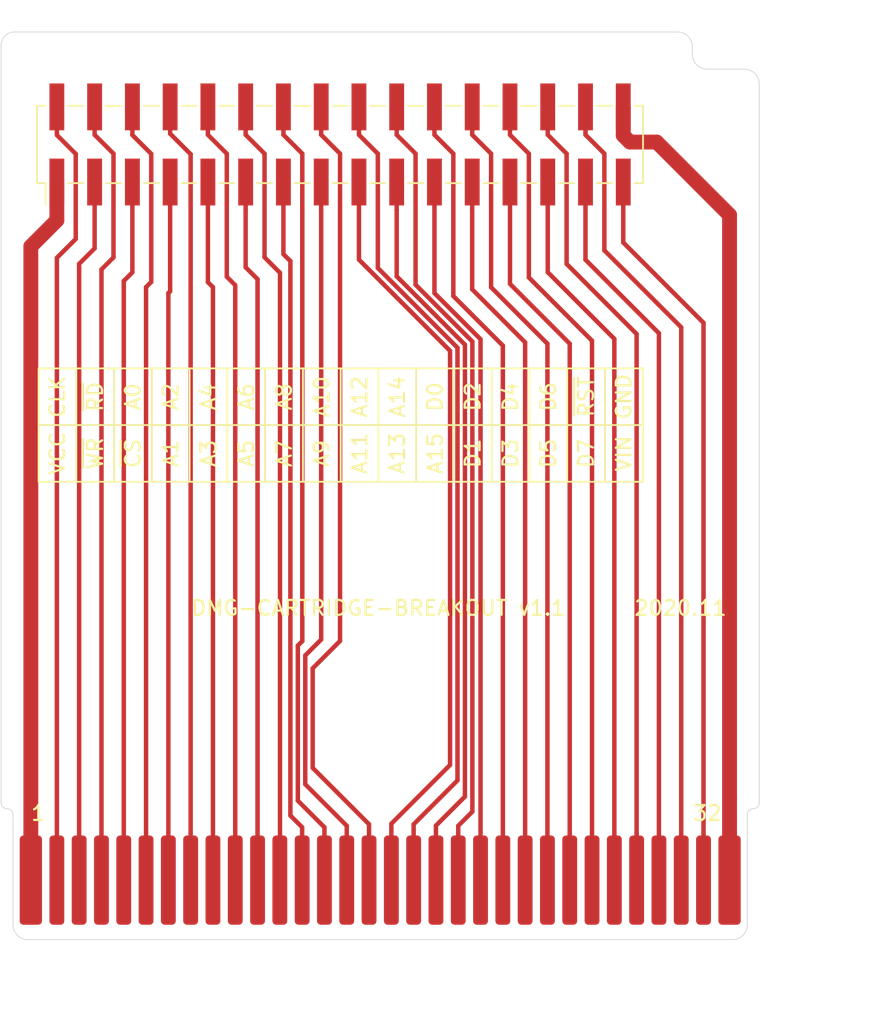
<source format=kicad_pcb>
(kicad_pcb (version 20171130) (host pcbnew 5.1.7-a382d34a8~87~ubuntu18.04.1)

  (general
    (thickness 0.8)
    (drawings 76)
    (tracks 160)
    (zones 0)
    (modules 2)
    (nets 33)
  )

  (page A4)
  (layers
    (0 F.Cu signal)
    (31 B.Cu signal)
    (32 B.Adhes user)
    (33 F.Adhes user)
    (34 B.Paste user)
    (35 F.Paste user)
    (36 B.SilkS user)
    (37 F.SilkS user)
    (38 B.Mask user)
    (39 F.Mask user)
    (40 Dwgs.User user)
    (41 Cmts.User user)
    (42 Eco1.User user)
    (43 Eco2.User user)
    (44 Edge.Cuts user)
    (45 Margin user)
    (46 B.CrtYd user)
    (47 F.CrtYd user)
    (48 B.Fab user)
    (49 F.Fab user)
  )

  (setup
    (last_trace_width 0.3)
    (trace_clearance 0.2)
    (zone_clearance 0.508)
    (zone_45_only no)
    (trace_min 0.2)
    (via_size 0.8)
    (via_drill 0.4)
    (via_min_size 0.4)
    (via_min_drill 0.3)
    (uvia_size 0.3)
    (uvia_drill 0.1)
    (uvias_allowed no)
    (uvia_min_size 0.2)
    (uvia_min_drill 0.1)
    (edge_width 0.05)
    (segment_width 0.2)
    (pcb_text_width 0.3)
    (pcb_text_size 1.5 1.5)
    (mod_edge_width 0.12)
    (mod_text_size 1 1)
    (mod_text_width 0.15)
    (pad_size 1.524 1.524)
    (pad_drill 0.762)
    (pad_to_mask_clearance 0.051)
    (solder_mask_min_width 0.25)
    (aux_axis_origin 0 0)
    (visible_elements FFFFFF7F)
    (pcbplotparams
      (layerselection 0x010fc_ffffffff)
      (usegerberextensions false)
      (usegerberattributes false)
      (usegerberadvancedattributes false)
      (creategerberjobfile false)
      (excludeedgelayer true)
      (linewidth 0.100000)
      (plotframeref false)
      (viasonmask false)
      (mode 1)
      (useauxorigin true)
      (hpglpennumber 1)
      (hpglpenspeed 20)
      (hpglpendiameter 15.000000)
      (psnegative false)
      (psa4output false)
      (plotreference true)
      (plotvalue true)
      (plotinvisibletext false)
      (padsonsilk false)
      (subtractmaskfromsilk false)
      (outputformat 1)
      (mirror false)
      (drillshape 0)
      (scaleselection 1)
      (outputdirectory "gerber/"))
  )

  (net 0 "")
  (net 1 "Net-(J1-Pad1)")
  (net 2 "Net-(J1-Pad2)")
  (net 3 "Net-(J1-Pad3)")
  (net 4 "Net-(J1-Pad4)")
  (net 5 "Net-(J1-Pad5)")
  (net 6 "Net-(J1-Pad6)")
  (net 7 "Net-(J1-Pad7)")
  (net 8 "Net-(J1-Pad8)")
  (net 9 "Net-(J1-Pad9)")
  (net 10 "Net-(J1-Pad10)")
  (net 11 "Net-(J1-Pad11)")
  (net 12 "Net-(J1-Pad12)")
  (net 13 "Net-(J1-Pad13)")
  (net 14 "Net-(J1-Pad14)")
  (net 15 "Net-(J1-Pad15)")
  (net 16 "Net-(J1-Pad16)")
  (net 17 "Net-(J1-Pad17)")
  (net 18 "Net-(J1-Pad18)")
  (net 19 "Net-(J1-Pad19)")
  (net 20 "Net-(J1-Pad20)")
  (net 21 "Net-(J1-Pad21)")
  (net 22 "Net-(J1-Pad22)")
  (net 23 "Net-(J1-Pad23)")
  (net 24 "Net-(J1-Pad24)")
  (net 25 "Net-(J1-Pad25)")
  (net 26 "Net-(J1-Pad26)")
  (net 27 "Net-(J1-Pad27)")
  (net 28 "Net-(J1-Pad28)")
  (net 29 "Net-(J1-Pad29)")
  (net 30 "Net-(J1-Pad30)")
  (net 31 "Net-(J1-Pad31)")
  (net 32 "Net-(J1-Pad32)")

  (net_class Default "This is the default net class."
    (clearance 0.2)
    (trace_width 0.3)
    (via_dia 0.8)
    (via_drill 0.4)
    (uvia_dia 0.3)
    (uvia_drill 0.1)
    (add_net "Net-(J1-Pad1)")
    (add_net "Net-(J1-Pad10)")
    (add_net "Net-(J1-Pad11)")
    (add_net "Net-(J1-Pad12)")
    (add_net "Net-(J1-Pad13)")
    (add_net "Net-(J1-Pad14)")
    (add_net "Net-(J1-Pad15)")
    (add_net "Net-(J1-Pad16)")
    (add_net "Net-(J1-Pad17)")
    (add_net "Net-(J1-Pad18)")
    (add_net "Net-(J1-Pad19)")
    (add_net "Net-(J1-Pad2)")
    (add_net "Net-(J1-Pad20)")
    (add_net "Net-(J1-Pad21)")
    (add_net "Net-(J1-Pad22)")
    (add_net "Net-(J1-Pad23)")
    (add_net "Net-(J1-Pad24)")
    (add_net "Net-(J1-Pad25)")
    (add_net "Net-(J1-Pad26)")
    (add_net "Net-(J1-Pad27)")
    (add_net "Net-(J1-Pad28)")
    (add_net "Net-(J1-Pad29)")
    (add_net "Net-(J1-Pad3)")
    (add_net "Net-(J1-Pad30)")
    (add_net "Net-(J1-Pad31)")
    (add_net "Net-(J1-Pad32)")
    (add_net "Net-(J1-Pad4)")
    (add_net "Net-(J1-Pad5)")
    (add_net "Net-(J1-Pad6)")
    (add_net "Net-(J1-Pad7)")
    (add_net "Net-(J1-Pad8)")
    (add_net "Net-(J1-Pad9)")
  )

  (module dmg-card:dmg-card (layer F.Cu) (tedit 5DCEC470) (tstamp 5DCFDD12)
    (at 56 61)
    (path /5DCFBEA3)
    (fp_text reference J2 (at 0 -29.4) (layer F.SilkS) hide
      (effects (font (size 1 1) (thickness 0.15)))
    )
    (fp_text value dmg-card (at 0 -31.8) (layer F.Fab)
      (effects (font (size 1 1) (thickness 0.15)))
    )
    (fp_line (start 24.7 29.5) (end 24.7 22.1) (layer Eco2.User) (width 0.12))
    (fp_line (start -23.7 30.5) (end 23.7 30.5) (layer Eco2.User) (width 0.12))
    (fp_line (start 25.5 21.3) (end 25.5 -27) (layer Eco2.User) (width 0.12))
    (fp_line (start -24.7 29.5) (end -24.7 22.1) (layer Eco2.User) (width 0.12))
    (fp_circle (center 0 14.9) (end 3.6 14.9) (layer Eco2.User) (width 0.12))
    (fp_circle (center 0 -10.1) (end 0 -9) (layer Eco2.User) (width 0.12))
    (fp_line (start -25.5 21.3) (end -25.5 -29.5) (layer Eco2.User) (width 0.12))
    (fp_line (start -24.5 -30.5) (end 20 -30.5) (layer Eco2.User) (width 0.12))
    (fp_line (start 24.5 -28) (end 22 -28) (layer Eco2.User) (width 0.12))
    (fp_line (start 21 -29) (end 21 -29.5) (layer Eco2.User) (width 0.12))
    (fp_arc (start -23.7 29.5) (end -24.7 29.5) (angle -90) (layer Eco2.User) (width 0.12))
    (fp_arc (start 23.7 29.5) (end 23.7 30.5) (angle -90) (layer Eco2.User) (width 0.12))
    (fp_arc (start 25.1 21.3) (end 25.1 21.7) (angle -90) (layer Eco2.User) (width 0.12))
    (fp_arc (start 25.1 22.1) (end 25.1 21.7) (angle -90) (layer Eco2.User) (width 0.12))
    (fp_arc (start -25.1 21.3) (end -25.5 21.3) (angle -90) (layer Eco2.User) (width 0.12))
    (fp_arc (start -25.1 22.1) (end -24.7 22.1) (angle -90) (layer Eco2.User) (width 0.12))
    (fp_arc (start 24.5 -27) (end 25.5 -27) (angle -90) (layer Eco2.User) (width 0.12))
    (fp_arc (start 22 -29) (end 21 -29) (angle -90) (layer Eco2.User) (width 0.12))
    (fp_arc (start 20 -29.5) (end 21 -29.5) (angle -90) (layer Eco2.User) (width 0.12))
    (fp_arc (start -24.5 -29.5) (end -24.5 -30.5) (angle -90) (layer Eco2.User) (width 0.12))
    (pad 1 smd roundrect (at -23.5 26.5 180) (size 1.5 6) (layers F.Cu) (roundrect_rratio 0.167)
      (net 1 "Net-(J1-Pad1)"))
    (pad 2 smd roundrect (at -21.75 26.5 180) (size 1 6) (layers F.Cu) (roundrect_rratio 0.25)
      (net 2 "Net-(J1-Pad2)"))
    (pad 3 smd roundrect (at -20.25 26.5 180) (size 1 6) (layers F.Cu) (roundrect_rratio 0.25)
      (net 3 "Net-(J1-Pad3)"))
    (pad 4 smd roundrect (at -18.75 26.5 180) (size 1 6) (layers F.Cu) (roundrect_rratio 0.25)
      (net 4 "Net-(J1-Pad4)"))
    (pad 5 smd roundrect (at -17.25 26.5 180) (size 1 6) (layers F.Cu) (roundrect_rratio 0.25)
      (net 5 "Net-(J1-Pad5)"))
    (pad 6 smd roundrect (at -15.75 26.5 180) (size 1 6) (layers F.Cu) (roundrect_rratio 0.25)
      (net 6 "Net-(J1-Pad6)"))
    (pad 7 smd roundrect (at -14.25 26.5 180) (size 1 6) (layers F.Cu) (roundrect_rratio 0.25)
      (net 7 "Net-(J1-Pad7)"))
    (pad 8 smd roundrect (at -12.75 26.5 180) (size 1 6) (layers F.Cu) (roundrect_rratio 0.25)
      (net 8 "Net-(J1-Pad8)"))
    (pad 9 smd roundrect (at -11.25 26.5 180) (size 1 6) (layers F.Cu) (roundrect_rratio 0.25)
      (net 9 "Net-(J1-Pad9)"))
    (pad 10 smd roundrect (at -9.75 26.5 180) (size 1 6) (layers F.Cu) (roundrect_rratio 0.25)
      (net 10 "Net-(J1-Pad10)"))
    (pad 11 smd roundrect (at -8.25 26.5 180) (size 1 6) (layers F.Cu) (roundrect_rratio 0.25)
      (net 11 "Net-(J1-Pad11)"))
    (pad 12 smd roundrect (at -6.75 26.5 180) (size 1 6) (layers F.Cu) (roundrect_rratio 0.25)
      (net 12 "Net-(J1-Pad12)"))
    (pad 13 smd roundrect (at -5.25 26.5 180) (size 1 6) (layers F.Cu) (roundrect_rratio 0.25)
      (net 13 "Net-(J1-Pad13)"))
    (pad 14 smd roundrect (at -3.75 26.5 180) (size 1 6) (layers F.Cu) (roundrect_rratio 0.25)
      (net 14 "Net-(J1-Pad14)"))
    (pad 15 smd roundrect (at -2.25 26.5 180) (size 1 6) (layers F.Cu) (roundrect_rratio 0.25)
      (net 15 "Net-(J1-Pad15)"))
    (pad 16 smd roundrect (at -0.75 26.5 180) (size 1 6) (layers F.Cu) (roundrect_rratio 0.25)
      (net 16 "Net-(J1-Pad16)"))
    (pad 17 smd roundrect (at 0.75 26.5 180) (size 1 6) (layers F.Cu) (roundrect_rratio 0.25)
      (net 17 "Net-(J1-Pad17)"))
    (pad 18 smd roundrect (at 2.25 26.5 180) (size 1 6) (layers F.Cu) (roundrect_rratio 0.25)
      (net 18 "Net-(J1-Pad18)"))
    (pad 19 smd roundrect (at 3.75 26.5 180) (size 1 6) (layers F.Cu) (roundrect_rratio 0.25)
      (net 19 "Net-(J1-Pad19)"))
    (pad 20 smd roundrect (at 5.25 26.5 180) (size 1 6) (layers F.Cu) (roundrect_rratio 0.25)
      (net 20 "Net-(J1-Pad20)"))
    (pad 21 smd roundrect (at 6.75 26.5 180) (size 1 6) (layers F.Cu) (roundrect_rratio 0.25)
      (net 21 "Net-(J1-Pad21)"))
    (pad 22 smd roundrect (at 8.25 26.5 180) (size 1 6) (layers F.Cu) (roundrect_rratio 0.25)
      (net 22 "Net-(J1-Pad22)"))
    (pad 23 smd roundrect (at 9.75 26.5 180) (size 1 6) (layers F.Cu) (roundrect_rratio 0.25)
      (net 23 "Net-(J1-Pad23)"))
    (pad 24 smd roundrect (at 11.25 26.5 180) (size 1 6) (layers F.Cu) (roundrect_rratio 0.25)
      (net 24 "Net-(J1-Pad24)"))
    (pad 25 smd roundrect (at 12.75 26.5 180) (size 1 6) (layers F.Cu) (roundrect_rratio 0.25)
      (net 25 "Net-(J1-Pad25)"))
    (pad 26 smd roundrect (at 14.25 26.5 180) (size 1 6) (layers F.Cu) (roundrect_rratio 0.25)
      (net 26 "Net-(J1-Pad26)"))
    (pad 27 smd roundrect (at 15.75 26.5 180) (size 1 6) (layers F.Cu) (roundrect_rratio 0.25)
      (net 27 "Net-(J1-Pad27)"))
    (pad 28 smd roundrect (at 17.25 26.5 180) (size 1 6) (layers F.Cu) (roundrect_rratio 0.25)
      (net 28 "Net-(J1-Pad28)"))
    (pad 29 smd roundrect (at 18.75 26.5 180) (size 1 6) (layers F.Cu) (roundrect_rratio 0.25)
      (net 29 "Net-(J1-Pad29)"))
    (pad 30 smd roundrect (at 20.25 26.5 180) (size 1 6) (layers F.Cu) (roundrect_rratio 0.25)
      (net 30 "Net-(J1-Pad30)"))
    (pad 31 smd roundrect (at 21.75 26.5 180) (size 1 6) (layers F.Cu) (roundrect_rratio 0.25)
      (net 31 "Net-(J1-Pad31)"))
    (pad 32 smd roundrect (at 23.5 26.5 180) (size 1.5 6) (layers F.Cu) (roundrect_rratio 0.167)
      (net 32 "Net-(J1-Pad32)"))
    (pad MASK0 smd roundrect (at 0 27.5 180) (size 49.4 6) (layers F.Mask) (roundrect_rratio 0.167))
    (pad 33 smd rect (at 0 25.5 180) (size 49.4 3) (layers F.Mask))
    (pad "" np_thru_hole circle (at 0 14.9) (size 7.2 7.2) (drill 7.2) (layers *.Cu *.Mask))
    (pad "" np_thru_hole circle (at 0 -10.1) (size 2.2 2.2) (drill 2.2) (layers *.Cu *.Mask))
  )

  (module Connector_PinHeader_2.54mm:PinHeader_2x16_P2.54mm_Vertical_SMD (layer F.Cu) (tedit 59FED5CC) (tstamp 5DCF243E)
    (at 53.3 38.06 90)
    (descr "surface-mounted straight pin header, 2x16, 2.54mm pitch, double rows")
    (tags "Surface mounted pin header SMD 2x16 2.54mm double row")
    (path /5DCEE529)
    (attr smd)
    (fp_text reference J1 (at 0 -21.38 90) (layer F.SilkS) hide
      (effects (font (size 1 1) (thickness 0.15)))
    )
    (fp_text value Conn_01x32 (at 0 21.38 90) (layer F.Fab)
      (effects (font (size 1 1) (thickness 0.15)))
    )
    (fp_line (start 2.54 20.32) (end -2.54 20.32) (layer F.Fab) (width 0.1))
    (fp_line (start -1.59 -20.32) (end 2.54 -20.32) (layer F.Fab) (width 0.1))
    (fp_line (start -2.54 20.32) (end -2.54 -19.37) (layer F.Fab) (width 0.1))
    (fp_line (start -2.54 -19.37) (end -1.59 -20.32) (layer F.Fab) (width 0.1))
    (fp_line (start 2.54 -20.32) (end 2.54 20.32) (layer F.Fab) (width 0.1))
    (fp_line (start -2.54 -19.37) (end -3.6 -19.37) (layer F.Fab) (width 0.1))
    (fp_line (start -3.6 -19.37) (end -3.6 -18.73) (layer F.Fab) (width 0.1))
    (fp_line (start -3.6 -18.73) (end -2.54 -18.73) (layer F.Fab) (width 0.1))
    (fp_line (start 2.54 -19.37) (end 3.6 -19.37) (layer F.Fab) (width 0.1))
    (fp_line (start 3.6 -19.37) (end 3.6 -18.73) (layer F.Fab) (width 0.1))
    (fp_line (start 3.6 -18.73) (end 2.54 -18.73) (layer F.Fab) (width 0.1))
    (fp_line (start -2.54 -16.83) (end -3.6 -16.83) (layer F.Fab) (width 0.1))
    (fp_line (start -3.6 -16.83) (end -3.6 -16.19) (layer F.Fab) (width 0.1))
    (fp_line (start -3.6 -16.19) (end -2.54 -16.19) (layer F.Fab) (width 0.1))
    (fp_line (start 2.54 -16.83) (end 3.6 -16.83) (layer F.Fab) (width 0.1))
    (fp_line (start 3.6 -16.83) (end 3.6 -16.19) (layer F.Fab) (width 0.1))
    (fp_line (start 3.6 -16.19) (end 2.54 -16.19) (layer F.Fab) (width 0.1))
    (fp_line (start -2.54 -14.29) (end -3.6 -14.29) (layer F.Fab) (width 0.1))
    (fp_line (start -3.6 -14.29) (end -3.6 -13.65) (layer F.Fab) (width 0.1))
    (fp_line (start -3.6 -13.65) (end -2.54 -13.65) (layer F.Fab) (width 0.1))
    (fp_line (start 2.54 -14.29) (end 3.6 -14.29) (layer F.Fab) (width 0.1))
    (fp_line (start 3.6 -14.29) (end 3.6 -13.65) (layer F.Fab) (width 0.1))
    (fp_line (start 3.6 -13.65) (end 2.54 -13.65) (layer F.Fab) (width 0.1))
    (fp_line (start -2.54 -11.75) (end -3.6 -11.75) (layer F.Fab) (width 0.1))
    (fp_line (start -3.6 -11.75) (end -3.6 -11.11) (layer F.Fab) (width 0.1))
    (fp_line (start -3.6 -11.11) (end -2.54 -11.11) (layer F.Fab) (width 0.1))
    (fp_line (start 2.54 -11.75) (end 3.6 -11.75) (layer F.Fab) (width 0.1))
    (fp_line (start 3.6 -11.75) (end 3.6 -11.11) (layer F.Fab) (width 0.1))
    (fp_line (start 3.6 -11.11) (end 2.54 -11.11) (layer F.Fab) (width 0.1))
    (fp_line (start -2.54 -9.21) (end -3.6 -9.21) (layer F.Fab) (width 0.1))
    (fp_line (start -3.6 -9.21) (end -3.6 -8.57) (layer F.Fab) (width 0.1))
    (fp_line (start -3.6 -8.57) (end -2.54 -8.57) (layer F.Fab) (width 0.1))
    (fp_line (start 2.54 -9.21) (end 3.6 -9.21) (layer F.Fab) (width 0.1))
    (fp_line (start 3.6 -9.21) (end 3.6 -8.57) (layer F.Fab) (width 0.1))
    (fp_line (start 3.6 -8.57) (end 2.54 -8.57) (layer F.Fab) (width 0.1))
    (fp_line (start -2.54 -6.67) (end -3.6 -6.67) (layer F.Fab) (width 0.1))
    (fp_line (start -3.6 -6.67) (end -3.6 -6.03) (layer F.Fab) (width 0.1))
    (fp_line (start -3.6 -6.03) (end -2.54 -6.03) (layer F.Fab) (width 0.1))
    (fp_line (start 2.54 -6.67) (end 3.6 -6.67) (layer F.Fab) (width 0.1))
    (fp_line (start 3.6 -6.67) (end 3.6 -6.03) (layer F.Fab) (width 0.1))
    (fp_line (start 3.6 -6.03) (end 2.54 -6.03) (layer F.Fab) (width 0.1))
    (fp_line (start -2.54 -4.13) (end -3.6 -4.13) (layer F.Fab) (width 0.1))
    (fp_line (start -3.6 -4.13) (end -3.6 -3.49) (layer F.Fab) (width 0.1))
    (fp_line (start -3.6 -3.49) (end -2.54 -3.49) (layer F.Fab) (width 0.1))
    (fp_line (start 2.54 -4.13) (end 3.6 -4.13) (layer F.Fab) (width 0.1))
    (fp_line (start 3.6 -4.13) (end 3.6 -3.49) (layer F.Fab) (width 0.1))
    (fp_line (start 3.6 -3.49) (end 2.54 -3.49) (layer F.Fab) (width 0.1))
    (fp_line (start -2.54 -1.59) (end -3.6 -1.59) (layer F.Fab) (width 0.1))
    (fp_line (start -3.6 -1.59) (end -3.6 -0.95) (layer F.Fab) (width 0.1))
    (fp_line (start -3.6 -0.95) (end -2.54 -0.95) (layer F.Fab) (width 0.1))
    (fp_line (start 2.54 -1.59) (end 3.6 -1.59) (layer F.Fab) (width 0.1))
    (fp_line (start 3.6 -1.59) (end 3.6 -0.95) (layer F.Fab) (width 0.1))
    (fp_line (start 3.6 -0.95) (end 2.54 -0.95) (layer F.Fab) (width 0.1))
    (fp_line (start -2.54 0.95) (end -3.6 0.95) (layer F.Fab) (width 0.1))
    (fp_line (start -3.6 0.95) (end -3.6 1.59) (layer F.Fab) (width 0.1))
    (fp_line (start -3.6 1.59) (end -2.54 1.59) (layer F.Fab) (width 0.1))
    (fp_line (start 2.54 0.95) (end 3.6 0.95) (layer F.Fab) (width 0.1))
    (fp_line (start 3.6 0.95) (end 3.6 1.59) (layer F.Fab) (width 0.1))
    (fp_line (start 3.6 1.59) (end 2.54 1.59) (layer F.Fab) (width 0.1))
    (fp_line (start -2.54 3.49) (end -3.6 3.49) (layer F.Fab) (width 0.1))
    (fp_line (start -3.6 3.49) (end -3.6 4.13) (layer F.Fab) (width 0.1))
    (fp_line (start -3.6 4.13) (end -2.54 4.13) (layer F.Fab) (width 0.1))
    (fp_line (start 2.54 3.49) (end 3.6 3.49) (layer F.Fab) (width 0.1))
    (fp_line (start 3.6 3.49) (end 3.6 4.13) (layer F.Fab) (width 0.1))
    (fp_line (start 3.6 4.13) (end 2.54 4.13) (layer F.Fab) (width 0.1))
    (fp_line (start -2.54 6.03) (end -3.6 6.03) (layer F.Fab) (width 0.1))
    (fp_line (start -3.6 6.03) (end -3.6 6.67) (layer F.Fab) (width 0.1))
    (fp_line (start -3.6 6.67) (end -2.54 6.67) (layer F.Fab) (width 0.1))
    (fp_line (start 2.54 6.03) (end 3.6 6.03) (layer F.Fab) (width 0.1))
    (fp_line (start 3.6 6.03) (end 3.6 6.67) (layer F.Fab) (width 0.1))
    (fp_line (start 3.6 6.67) (end 2.54 6.67) (layer F.Fab) (width 0.1))
    (fp_line (start -2.54 8.57) (end -3.6 8.57) (layer F.Fab) (width 0.1))
    (fp_line (start -3.6 8.57) (end -3.6 9.21) (layer F.Fab) (width 0.1))
    (fp_line (start -3.6 9.21) (end -2.54 9.21) (layer F.Fab) (width 0.1))
    (fp_line (start 2.54 8.57) (end 3.6 8.57) (layer F.Fab) (width 0.1))
    (fp_line (start 3.6 8.57) (end 3.6 9.21) (layer F.Fab) (width 0.1))
    (fp_line (start 3.6 9.21) (end 2.54 9.21) (layer F.Fab) (width 0.1))
    (fp_line (start -2.54 11.11) (end -3.6 11.11) (layer F.Fab) (width 0.1))
    (fp_line (start -3.6 11.11) (end -3.6 11.75) (layer F.Fab) (width 0.1))
    (fp_line (start -3.6 11.75) (end -2.54 11.75) (layer F.Fab) (width 0.1))
    (fp_line (start 2.54 11.11) (end 3.6 11.11) (layer F.Fab) (width 0.1))
    (fp_line (start 3.6 11.11) (end 3.6 11.75) (layer F.Fab) (width 0.1))
    (fp_line (start 3.6 11.75) (end 2.54 11.75) (layer F.Fab) (width 0.1))
    (fp_line (start -2.54 13.65) (end -3.6 13.65) (layer F.Fab) (width 0.1))
    (fp_line (start -3.6 13.65) (end -3.6 14.29) (layer F.Fab) (width 0.1))
    (fp_line (start -3.6 14.29) (end -2.54 14.29) (layer F.Fab) (width 0.1))
    (fp_line (start 2.54 13.65) (end 3.6 13.65) (layer F.Fab) (width 0.1))
    (fp_line (start 3.6 13.65) (end 3.6 14.29) (layer F.Fab) (width 0.1))
    (fp_line (start 3.6 14.29) (end 2.54 14.29) (layer F.Fab) (width 0.1))
    (fp_line (start -2.54 16.19) (end -3.6 16.19) (layer F.Fab) (width 0.1))
    (fp_line (start -3.6 16.19) (end -3.6 16.83) (layer F.Fab) (width 0.1))
    (fp_line (start -3.6 16.83) (end -2.54 16.83) (layer F.Fab) (width 0.1))
    (fp_line (start 2.54 16.19) (end 3.6 16.19) (layer F.Fab) (width 0.1))
    (fp_line (start 3.6 16.19) (end 3.6 16.83) (layer F.Fab) (width 0.1))
    (fp_line (start 3.6 16.83) (end 2.54 16.83) (layer F.Fab) (width 0.1))
    (fp_line (start -2.54 18.73) (end -3.6 18.73) (layer F.Fab) (width 0.1))
    (fp_line (start -3.6 18.73) (end -3.6 19.37) (layer F.Fab) (width 0.1))
    (fp_line (start -3.6 19.37) (end -2.54 19.37) (layer F.Fab) (width 0.1))
    (fp_line (start 2.54 18.73) (end 3.6 18.73) (layer F.Fab) (width 0.1))
    (fp_line (start 3.6 18.73) (end 3.6 19.37) (layer F.Fab) (width 0.1))
    (fp_line (start 3.6 19.37) (end 2.54 19.37) (layer F.Fab) (width 0.1))
    (fp_line (start -2.6 -20.38) (end 2.6 -20.38) (layer F.SilkS) (width 0.12))
    (fp_line (start -2.6 20.38) (end 2.6 20.38) (layer F.SilkS) (width 0.12))
    (fp_line (start -4.04 -19.81) (end -2.6 -19.81) (layer F.SilkS) (width 0.12))
    (fp_line (start -2.6 -20.38) (end -2.6 -19.81) (layer F.SilkS) (width 0.12))
    (fp_line (start 2.6 -20.38) (end 2.6 -19.81) (layer F.SilkS) (width 0.12))
    (fp_line (start -2.6 19.81) (end -2.6 20.38) (layer F.SilkS) (width 0.12))
    (fp_line (start 2.6 19.81) (end 2.6 20.38) (layer F.SilkS) (width 0.12))
    (fp_line (start -2.6 -18.29) (end -2.6 -17.27) (layer F.SilkS) (width 0.12))
    (fp_line (start 2.6 -18.29) (end 2.6 -17.27) (layer F.SilkS) (width 0.12))
    (fp_line (start -2.6 -15.75) (end -2.6 -14.73) (layer F.SilkS) (width 0.12))
    (fp_line (start 2.6 -15.75) (end 2.6 -14.73) (layer F.SilkS) (width 0.12))
    (fp_line (start -2.6 -13.21) (end -2.6 -12.19) (layer F.SilkS) (width 0.12))
    (fp_line (start 2.6 -13.21) (end 2.6 -12.19) (layer F.SilkS) (width 0.12))
    (fp_line (start -2.6 -10.67) (end -2.6 -9.65) (layer F.SilkS) (width 0.12))
    (fp_line (start 2.6 -10.67) (end 2.6 -9.65) (layer F.SilkS) (width 0.12))
    (fp_line (start -2.6 -8.13) (end -2.6 -7.11) (layer F.SilkS) (width 0.12))
    (fp_line (start 2.6 -8.13) (end 2.6 -7.11) (layer F.SilkS) (width 0.12))
    (fp_line (start -2.6 -5.59) (end -2.6 -4.57) (layer F.SilkS) (width 0.12))
    (fp_line (start 2.6 -5.59) (end 2.6 -4.57) (layer F.SilkS) (width 0.12))
    (fp_line (start -2.6 -3.05) (end -2.6 -2.03) (layer F.SilkS) (width 0.12))
    (fp_line (start 2.6 -3.05) (end 2.6 -2.03) (layer F.SilkS) (width 0.12))
    (fp_line (start -2.6 -0.51) (end -2.6 0.51) (layer F.SilkS) (width 0.12))
    (fp_line (start 2.6 -0.51) (end 2.6 0.51) (layer F.SilkS) (width 0.12))
    (fp_line (start -2.6 2.03) (end -2.6 3.05) (layer F.SilkS) (width 0.12))
    (fp_line (start 2.6 2.03) (end 2.6 3.05) (layer F.SilkS) (width 0.12))
    (fp_line (start -2.6 4.57) (end -2.6 5.59) (layer F.SilkS) (width 0.12))
    (fp_line (start 2.6 4.57) (end 2.6 5.59) (layer F.SilkS) (width 0.12))
    (fp_line (start -2.6 7.11) (end -2.6 8.13) (layer F.SilkS) (width 0.12))
    (fp_line (start 2.6 7.11) (end 2.6 8.13) (layer F.SilkS) (width 0.12))
    (fp_line (start -2.6 9.65) (end -2.6 10.67) (layer F.SilkS) (width 0.12))
    (fp_line (start 2.6 9.65) (end 2.6 10.67) (layer F.SilkS) (width 0.12))
    (fp_line (start -2.6 12.19) (end -2.6 13.21) (layer F.SilkS) (width 0.12))
    (fp_line (start 2.6 12.19) (end 2.6 13.21) (layer F.SilkS) (width 0.12))
    (fp_line (start -2.6 14.73) (end -2.6 15.75) (layer F.SilkS) (width 0.12))
    (fp_line (start 2.6 14.73) (end 2.6 15.75) (layer F.SilkS) (width 0.12))
    (fp_line (start -2.6 17.27) (end -2.6 18.29) (layer F.SilkS) (width 0.12))
    (fp_line (start 2.6 17.27) (end 2.6 18.29) (layer F.SilkS) (width 0.12))
    (fp_line (start -5.9 -20.85) (end -5.9 20.85) (layer F.CrtYd) (width 0.05))
    (fp_line (start -5.9 20.85) (end 5.9 20.85) (layer F.CrtYd) (width 0.05))
    (fp_line (start 5.9 20.85) (end 5.9 -20.85) (layer F.CrtYd) (width 0.05))
    (fp_line (start 5.9 -20.85) (end -5.9 -20.85) (layer F.CrtYd) (width 0.05))
    (fp_text user %R (at 0 0) (layer F.Fab)
      (effects (font (size 1 1) (thickness 0.15)))
    )
    (pad 1 smd rect (at -2.525 -19.05 90) (size 3.15 1) (layers F.Cu F.Paste F.Mask)
      (net 1 "Net-(J1-Pad1)"))
    (pad 2 smd rect (at 2.525 -19.05 90) (size 3.15 1) (layers F.Cu F.Paste F.Mask)
      (net 2 "Net-(J1-Pad2)"))
    (pad 3 smd rect (at -2.525 -16.51 90) (size 3.15 1) (layers F.Cu F.Paste F.Mask)
      (net 3 "Net-(J1-Pad3)"))
    (pad 4 smd rect (at 2.525 -16.51 90) (size 3.15 1) (layers F.Cu F.Paste F.Mask)
      (net 4 "Net-(J1-Pad4)"))
    (pad 5 smd rect (at -2.525 -13.97 90) (size 3.15 1) (layers F.Cu F.Paste F.Mask)
      (net 5 "Net-(J1-Pad5)"))
    (pad 6 smd rect (at 2.525 -13.97 90) (size 3.15 1) (layers F.Cu F.Paste F.Mask)
      (net 6 "Net-(J1-Pad6)"))
    (pad 7 smd rect (at -2.525 -11.43 90) (size 3.15 1) (layers F.Cu F.Paste F.Mask)
      (net 7 "Net-(J1-Pad7)"))
    (pad 8 smd rect (at 2.525 -11.43 90) (size 3.15 1) (layers F.Cu F.Paste F.Mask)
      (net 8 "Net-(J1-Pad8)"))
    (pad 9 smd rect (at -2.525 -8.89 90) (size 3.15 1) (layers F.Cu F.Paste F.Mask)
      (net 9 "Net-(J1-Pad9)"))
    (pad 10 smd rect (at 2.525 -8.89 90) (size 3.15 1) (layers F.Cu F.Paste F.Mask)
      (net 10 "Net-(J1-Pad10)"))
    (pad 11 smd rect (at -2.525 -6.35 90) (size 3.15 1) (layers F.Cu F.Paste F.Mask)
      (net 11 "Net-(J1-Pad11)"))
    (pad 12 smd rect (at 2.525 -6.35 90) (size 3.15 1) (layers F.Cu F.Paste F.Mask)
      (net 12 "Net-(J1-Pad12)"))
    (pad 13 smd rect (at -2.525 -3.81 90) (size 3.15 1) (layers F.Cu F.Paste F.Mask)
      (net 13 "Net-(J1-Pad13)"))
    (pad 14 smd rect (at 2.525 -3.81 90) (size 3.15 1) (layers F.Cu F.Paste F.Mask)
      (net 14 "Net-(J1-Pad14)"))
    (pad 15 smd rect (at -2.525 -1.27 90) (size 3.15 1) (layers F.Cu F.Paste F.Mask)
      (net 15 "Net-(J1-Pad15)"))
    (pad 16 smd rect (at 2.525 -1.27 90) (size 3.15 1) (layers F.Cu F.Paste F.Mask)
      (net 16 "Net-(J1-Pad16)"))
    (pad 17 smd rect (at -2.525 1.27 90) (size 3.15 1) (layers F.Cu F.Paste F.Mask)
      (net 17 "Net-(J1-Pad17)"))
    (pad 18 smd rect (at 2.525 1.27 90) (size 3.15 1) (layers F.Cu F.Paste F.Mask)
      (net 18 "Net-(J1-Pad18)"))
    (pad 19 smd rect (at -2.525 3.81 90) (size 3.15 1) (layers F.Cu F.Paste F.Mask)
      (net 19 "Net-(J1-Pad19)"))
    (pad 20 smd rect (at 2.525 3.81 90) (size 3.15 1) (layers F.Cu F.Paste F.Mask)
      (net 20 "Net-(J1-Pad20)"))
    (pad 21 smd rect (at -2.525 6.35 90) (size 3.15 1) (layers F.Cu F.Paste F.Mask)
      (net 21 "Net-(J1-Pad21)"))
    (pad 22 smd rect (at 2.525 6.35 90) (size 3.15 1) (layers F.Cu F.Paste F.Mask)
      (net 22 "Net-(J1-Pad22)"))
    (pad 23 smd rect (at -2.525 8.89 90) (size 3.15 1) (layers F.Cu F.Paste F.Mask)
      (net 23 "Net-(J1-Pad23)"))
    (pad 24 smd rect (at 2.525 8.89 90) (size 3.15 1) (layers F.Cu F.Paste F.Mask)
      (net 24 "Net-(J1-Pad24)"))
    (pad 25 smd rect (at -2.525 11.43 90) (size 3.15 1) (layers F.Cu F.Paste F.Mask)
      (net 25 "Net-(J1-Pad25)"))
    (pad 26 smd rect (at 2.525 11.43 90) (size 3.15 1) (layers F.Cu F.Paste F.Mask)
      (net 26 "Net-(J1-Pad26)"))
    (pad 27 smd rect (at -2.525 13.97 90) (size 3.15 1) (layers F.Cu F.Paste F.Mask)
      (net 27 "Net-(J1-Pad27)"))
    (pad 28 smd rect (at 2.525 13.97 90) (size 3.15 1) (layers F.Cu F.Paste F.Mask)
      (net 28 "Net-(J1-Pad28)"))
    (pad 29 smd rect (at -2.525 16.51 90) (size 3.15 1) (layers F.Cu F.Paste F.Mask)
      (net 29 "Net-(J1-Pad29)"))
    (pad 30 smd rect (at 2.525 16.51 90) (size 3.15 1) (layers F.Cu F.Paste F.Mask)
      (net 30 "Net-(J1-Pad30)"))
    (pad 31 smd rect (at -2.525 19.05 90) (size 3.15 1) (layers F.Cu F.Paste F.Mask)
      (net 31 "Net-(J1-Pad31)"))
    (pad 32 smd rect (at 2.525 19.05 90) (size 3.15 1) (layers F.Cu F.Paste F.Mask)
      (net 32 "Net-(J1-Pad32)"))
    (model ${KISYS3DMOD}/Connector_PinHeader_2.54mm.3dshapes/PinHeader_2x16_P2.54mm_Vertical_SMD.wrl
      (at (xyz 0 0 0))
      (scale (xyz 1 1 1))
      (rotate (xyz 0 0 0))
    )
  )

  (dimension 61 (width 0.15) (layer Dwgs.User)
    (gr_text "61.000 mm" (at 87.8 61 90) (layer Dwgs.User)
      (effects (font (size 1 1) (thickness 0.15)))
    )
    (feature1 (pts (xy 81.5 30.5) (xy 87.086421 30.5)))
    (feature2 (pts (xy 81.5 91.5) (xy 87.086421 91.5)))
    (crossbar (pts (xy 86.5 91.5) (xy 86.5 30.5)))
    (arrow1a (pts (xy 86.5 30.5) (xy 87.086421 31.626504)))
    (arrow1b (pts (xy 86.5 30.5) (xy 85.913579 31.626504)))
    (arrow2a (pts (xy 86.5 91.5) (xy 87.086421 90.373496)))
    (arrow2b (pts (xy 86.5 91.5) (xy 85.913579 90.373496)))
  )
  (dimension 51 (width 0.15) (layer Dwgs.User)
    (gr_text "51.000 mm" (at 56 97.8) (layer Dwgs.User)
      (effects (font (size 1 1) (thickness 0.15)))
    )
    (feature1 (pts (xy 81.5 91.5) (xy 81.5 97.086421)))
    (feature2 (pts (xy 30.5 91.5) (xy 30.5 97.086421)))
    (crossbar (pts (xy 30.5 96.5) (xy 81.5 96.5)))
    (arrow1a (pts (xy 81.5 96.5) (xy 80.373496 97.086421)))
    (arrow1b (pts (xy 81.5 96.5) (xy 80.373496 95.913579)))
    (arrow2a (pts (xy 30.5 96.5) (xy 31.626504 97.086421)))
    (arrow2b (pts (xy 30.5 96.5) (xy 31.626504 95.913579)))
  )
  (gr_text VIN (at 72.39 58.825 90) (layer F.SilkS)
    (effects (font (size 1 1) (thickness 0.15)))
  )
  (gr_line (start 71.12 60.73) (end 71.12 53.11) (layer F.SilkS) (width 0.12) (tstamp 5DCF6A91))
  (gr_line (start 68.58 60.73) (end 68.58 53.11) (layer F.SilkS) (width 0.12) (tstamp 5DCF6A9A))
  (gr_line (start 66.04 60.73) (end 66.04 53.11) (layer F.SilkS) (width 0.12) (tstamp 5DCF6B06))
  (gr_line (start 63.5 60.73) (end 63.5 53.11) (layer F.SilkS) (width 0.12) (tstamp 5DCF6AA0))
  (gr_line (start 60.96 60.73) (end 60.96 53.11) (layer F.SilkS) (width 0.12) (tstamp 5DCF6A94))
  (gr_line (start 58.42 60.73) (end 58.42 53.11) (layer F.SilkS) (width 0.12) (tstamp 5DCF6B00))
  (gr_line (start 55.88 60.73) (end 55.88 53.11) (layer F.SilkS) (width 0.12) (tstamp 5DCF6A79))
  (gr_line (start 53.34 60.73) (end 53.34 53.11) (layer F.SilkS) (width 0.12) (tstamp 5DCF6A82))
  (gr_line (start 50.8 60.73) (end 50.8 53.11) (layer F.SilkS) (width 0.12) (tstamp 5DCF6AB5))
  (gr_line (start 48.26 60.73) (end 48.26 53.11) (layer F.SilkS) (width 0.12) (tstamp 5DCF6ABB))
  (gr_line (start 45.72 60.73) (end 45.72 53.11) (layer F.SilkS) (width 0.12) (tstamp 5DCF6A73))
  (gr_line (start 43.18 60.73) (end 43.18 53.11) (layer F.SilkS) (width 0.12) (tstamp 5DCF6AB8))
  (gr_line (start 40.64 60.73) (end 40.64 53.11) (layer F.SilkS) (width 0.12) (tstamp 5DCF6ACA))
  (gr_line (start 38.1 60.73) (end 38.1 53.11) (layer F.SilkS) (width 0.12) (tstamp 5DCF6AD3))
  (gr_line (start 35.56 60.73) (end 35.56 53.11) (layer F.SilkS) (width 0.12) (tstamp 5DCF6AAC))
  (gr_line (start 33.02 53.11) (end 73.66 53.11) (layer F.SilkS) (width 0.12) (tstamp 5DCF6AFA))
  (gr_line (start 33.02 60.73) (end 33.02 53.11) (layer F.SilkS) (width 0.12) (tstamp 5DCF6AE2))
  (gr_line (start 73.66 60.73) (end 33.02 60.73) (layer F.SilkS) (width 0.12) (tstamp 5DCF6ACD))
  (gr_line (start 73.66 53.11) (end 73.66 60.73) (layer F.SilkS) (width 0.12) (tstamp 5DCF6ADF))
  (gr_line (start 33.02 56.92) (end 73.66 56.92) (layer F.SilkS) (width 0.12) (tstamp 5DCF6AAF))
  (gr_text GND (at 72.39 55.015 90) (layer F.SilkS) (tstamp 5DCF6B09)
    (effects (font (size 1 1) (thickness 0.15)))
  )
  (gr_text ~RST (at 69.85 55.015 90) (layer F.SilkS) (tstamp 5DCF6AE8)
    (effects (font (size 1 1) (thickness 0.15)))
  )
  (gr_text D7 (at 69.85 58.825 90) (layer F.SilkS) (tstamp 5DCF6AD0)
    (effects (font (size 1 1) (thickness 0.15)))
  )
  (gr_text D6 (at 67.31 55.015 90) (layer F.SilkS) (tstamp 5DCF6A8E)
    (effects (font (size 1 1) (thickness 0.15)))
  )
  (gr_text D5 (at 67.31 58.825 90) (layer F.SilkS) (tstamp 5DCF6AD6)
    (effects (font (size 1 1) (thickness 0.15)))
  )
  (gr_text D4 (at 64.77 55.015 90) (layer F.SilkS) (tstamp 5DCF6AEB)
    (effects (font (size 1 1) (thickness 0.15)))
  )
  (gr_text D3 (at 64.77 58.825 90) (layer F.SilkS) (tstamp 5DCF6A88)
    (effects (font (size 1 1) (thickness 0.15)))
  )
  (gr_text D2 (at 62.23 55.015 90) (layer F.SilkS) (tstamp 5DCF6AF7)
    (effects (font (size 1 1) (thickness 0.15)))
  )
  (gr_text D1 (at 62.23 58.825 90) (layer F.SilkS) (tstamp 5DCF6A76)
    (effects (font (size 1 1) (thickness 0.15)))
  )
  (gr_text D0 (at 59.69 55.015 90) (layer F.SilkS) (tstamp 5DCF6AA9)
    (effects (font (size 1 1) (thickness 0.15)))
  )
  (gr_text A15 (at 59.69 58.825 90) (layer F.SilkS) (tstamp 5DCF6AA6)
    (effects (font (size 1 1) (thickness 0.15)))
  )
  (gr_text A14 (at 57.15 55.015 90) (layer F.SilkS) (tstamp 5DCF6AF4)
    (effects (font (size 1 1) (thickness 0.15)))
  )
  (gr_text A13 (at 57.15 58.825 90) (layer F.SilkS) (tstamp 5DCF6AF1)
    (effects (font (size 1 1) (thickness 0.15)))
  )
  (gr_text A12 (at 54.61 55.015 90) (layer F.SilkS) (tstamp 5DCF6ADC)
    (effects (font (size 1 1) (thickness 0.15)))
  )
  (gr_text A11 (at 54.61 58.825 90) (layer F.SilkS) (tstamp 5DCF6AD9)
    (effects (font (size 1 1) (thickness 0.15)))
  )
  (gr_text A10 (at 52.07 55.015 90) (layer F.SilkS) (tstamp 5DCF6AEE)
    (effects (font (size 1 1) (thickness 0.15)))
  )
  (gr_text A9 (at 52.07 58.825 90) (layer F.SilkS) (tstamp 5DCF6A9D)
    (effects (font (size 1 1) (thickness 0.15)))
  )
  (gr_text A8 (at 49.53 55.015 90) (layer F.SilkS) (tstamp 5DCF6AA3)
    (effects (font (size 1 1) (thickness 0.15)))
  )
  (gr_text A7 (at 49.53 58.825 90) (layer F.SilkS) (tstamp 5DCF6AFD)
    (effects (font (size 1 1) (thickness 0.15)))
  )
  (gr_text A6 (at 46.99 55.015 90) (layer F.SilkS) (tstamp 5DCF6A97)
    (effects (font (size 1 1) (thickness 0.15)))
  )
  (gr_text A5 (at 46.99 58.825 90) (layer F.SilkS) (tstamp 5DCF6A7C)
    (effects (font (size 1 1) (thickness 0.15)))
  )
  (gr_text A4 (at 44.45 55.015 90) (layer F.SilkS) (tstamp 5DCF6AC7)
    (effects (font (size 1 1) (thickness 0.15)))
  )
  (gr_text A3 (at 44.45 58.825 90) (layer F.SilkS) (tstamp 5DCF6ABE)
    (effects (font (size 1 1) (thickness 0.15)))
  )
  (gr_text A2 (at 41.91 55.015 90) (layer F.SilkS) (tstamp 5DCF6A8B)
    (effects (font (size 1 1) (thickness 0.15)))
  )
  (gr_text A1 (at 41.91 58.825 90) (layer F.SilkS) (tstamp 5DCF6B03)
    (effects (font (size 1 1) (thickness 0.15)))
  )
  (gr_text A0 (at 39.37 55.015 90) (layer F.SilkS) (tstamp 5DCF6AE5)
    (effects (font (size 1 1) (thickness 0.15)))
  )
  (gr_text ~CS (at 39.37 58.825 90) (layer F.SilkS) (tstamp 5DCF6AC4)
    (effects (font (size 1 1) (thickness 0.15)))
  )
  (gr_text ~RD (at 36.83 55.015 90) (layer F.SilkS) (tstamp 5DCF6A85)
    (effects (font (size 1 1) (thickness 0.15)))
  )
  (gr_text ~WR (at 36.83 58.825 90) (layer F.SilkS) (tstamp 5DCF6AC1)
    (effects (font (size 1 1) (thickness 0.15)))
  )
  (gr_text CLK (at 34.29 55.015 90) (layer F.SilkS) (tstamp 5DCF6AB2)
    (effects (font (size 1 1) (thickness 0.15)))
  )
  (gr_text 32 (at 78 83) (layer F.SilkS)
    (effects (font (size 1 1) (thickness 0.15)))
  )
  (gr_text 1 (at 33 83) (layer F.SilkS) (tstamp 5DCF678F)
    (effects (font (size 1 1) (thickness 0.15)))
  )
  (gr_text VCC (at 34.29 58.825 90) (layer F.SilkS) (tstamp 5DCF6A7F)
    (effects (font (size 1 1) (thickness 0.15)))
  )
  (gr_text 2020.11 (at 76.2 69.215) (layer F.SilkS)
    (effects (font (size 1 1) (thickness 0.15)))
  )
  (gr_text "DMG-CARTRIDGE-BREAKOUT v1.1" (at 55.88 69.215) (layer F.SilkS) (tstamp 5DCF63A5)
    (effects (font (size 1 1) (thickness 0.15)))
  )
  (gr_arc (start 30.9 82.3) (end 30.5 82.3) (angle -90) (layer Edge.Cuts) (width 0.05))
  (gr_arc (start 30.9 83.1) (end 31.3 83.1) (angle -90) (layer Edge.Cuts) (width 0.05))
  (gr_arc (start 32.3 90.5) (end 31.3 90.5) (angle -90) (layer Edge.Cuts) (width 0.05))
  (gr_arc (start 79.7 90.5) (end 79.7 91.5) (angle -90) (layer Edge.Cuts) (width 0.05))
  (gr_arc (start 81.1 83.1) (end 81.1 82.7) (angle -90) (layer Edge.Cuts) (width 0.05))
  (gr_arc (start 81.1 82.3) (end 81.1 82.7) (angle -90) (layer Edge.Cuts) (width 0.05))
  (gr_arc (start 80.5 34) (end 81.5 34) (angle -90) (layer Edge.Cuts) (width 0.05))
  (gr_arc (start 78 32) (end 77 32) (angle -90) (layer Edge.Cuts) (width 0.05))
  (gr_arc (start 76 31.5) (end 77 31.5) (angle -90) (layer Edge.Cuts) (width 0.05))
  (gr_arc (start 31.4 31.4) (end 31.4 30.5) (angle -90) (layer Edge.Cuts) (width 0.05))
  (gr_line (start 30.5 82.3) (end 30.5 31.4) (layer Edge.Cuts) (width 0.05))
  (gr_line (start 31.3 90.5) (end 31.3 83.1) (layer Edge.Cuts) (width 0.05))
  (gr_line (start 79.7 91.5) (end 32.3 91.5) (layer Edge.Cuts) (width 0.05))
  (gr_line (start 80.7 83.1) (end 80.7 90.5) (layer Edge.Cuts) (width 0.05))
  (gr_line (start 81.5 34) (end 81.5 82.3) (layer Edge.Cuts) (width 0.05))
  (gr_line (start 78 33) (end 80.5 33) (layer Edge.Cuts) (width 0.05))
  (gr_line (start 77 31.5) (end 77 32) (layer Edge.Cuts) (width 0.05))
  (gr_line (start 31.4 30.5) (end 76 30.5) (layer Edge.Cuts) (width 0.05))

  (segment (start 34.25 40.585) (end 34.25 43.16) (width 1) (layer F.Cu) (net 1))
  (segment (start 32.500001 44.909999) (end 32.500001 87.500001) (width 1) (layer F.Cu) (net 1))
  (segment (start 34.25 43.16) (end 32.500001 44.909999) (width 1) (layer F.Cu) (net 1))
  (segment (start 34.25 37.425) (end 34.25 35.535) (width 0.3) (layer F.Cu) (net 2))
  (segment (start 35.52 38.695) (end 34.25 37.425) (width 0.3) (layer F.Cu) (net 2))
  (segment (start 35.52 44.41) (end 35.52 38.695) (width 0.3) (layer F.Cu) (net 2))
  (segment (start 34.250001 87.500001) (end 34.250001 45.679999) (width 0.3) (layer F.Cu) (net 2))
  (segment (start 34.250001 45.679999) (end 35.52 44.41) (width 0.3) (layer F.Cu) (net 2))
  (segment (start 36.79 45.045) (end 36.79 40.585) (width 0.3) (layer F.Cu) (net 3))
  (segment (start 35.750001 87.500001) (end 35.750001 46.084999) (width 0.3) (layer F.Cu) (net 3))
  (segment (start 35.750001 46.084999) (end 36.79 45.045) (width 0.3) (layer F.Cu) (net 3))
  (segment (start 38.06 38.68) (end 36.79 37.41) (width 0.3) (layer F.Cu) (net 4))
  (segment (start 38.06 45.65288) (end 38.06 38.68) (width 0.3) (layer F.Cu) (net 4))
  (segment (start 36.79 37.41) (end 36.79 35.535) (width 0.3) (layer F.Cu) (net 4))
  (segment (start 37.250001 87.500001) (end 37.250001 46.462879) (width 0.3) (layer F.Cu) (net 4))
  (segment (start 37.250001 46.462879) (end 38.06 45.65288) (width 0.3) (layer F.Cu) (net 4))
  (segment (start 39.33 46.655) (end 39.33 40.585) (width 0.3) (layer F.Cu) (net 5))
  (segment (start 38.750001 87.500001) (end 38.750001 47.234999) (width 0.3) (layer F.Cu) (net 5))
  (segment (start 38.750001 47.234999) (end 39.33 46.655) (width 0.3) (layer F.Cu) (net 5))
  (segment (start 40.6 47.3) (end 40.6 38.695) (width 0.3) (layer F.Cu) (net 6))
  (segment (start 39.33 37.425) (end 39.33 35.535) (width 0.3) (layer F.Cu) (net 6))
  (segment (start 40.6 38.695) (end 39.33 37.425) (width 0.3) (layer F.Cu) (net 6))
  (segment (start 40.250001 87.500001) (end 40.250001 47.649999) (width 0.3) (layer F.Cu) (net 6))
  (segment (start 40.250001 47.649999) (end 40.6 47.3) (width 0.3) (layer F.Cu) (net 6))
  (segment (start 41.87 47.93) (end 41.87 40.585) (width 0.3) (layer F.Cu) (net 7))
  (segment (start 41.750001 87.500001) (end 41.750001 48.049999) (width 0.3) (layer F.Cu) (net 7))
  (segment (start 41.750001 48.049999) (end 41.87 47.93) (width 0.3) (layer F.Cu) (net 7))
  (segment (start 41.87 37.335) (end 41.87 35.535) (width 0.3) (layer F.Cu) (net 8))
  (segment (start 43.250001 87.500001) (end 43.250001 38.715001) (width 0.3) (layer F.Cu) (net 8))
  (segment (start 43.250001 38.715001) (end 41.87 37.335) (width 0.3) (layer F.Cu) (net 8))
  (segment (start 44.41 47.315) (end 44.41 40.585) (width 0.3) (layer F.Cu) (net 9))
  (segment (start 44.750001 87.500001) (end 44.750001 47.655001) (width 0.3) (layer F.Cu) (net 9))
  (segment (start 44.750001 47.655001) (end 44.41 47.315) (width 0.3) (layer F.Cu) (net 9))
  (segment (start 44.41 37.41) (end 44.41 35.535) (width 0.3) (layer F.Cu) (net 10))
  (segment (start 45.68 38.68) (end 44.41 37.41) (width 0.3) (layer F.Cu) (net 10))
  (segment (start 45.68 46.95) (end 45.68 38.68) (width 0.3) (layer F.Cu) (net 10))
  (segment (start 46.250001 87.500001) (end 46.250001 47.520001) (width 0.3) (layer F.Cu) (net 10))
  (segment (start 46.250001 47.520001) (end 45.68 46.95) (width 0.3) (layer F.Cu) (net 10))
  (segment (start 46.95 42.46) (end 46.95 40.585) (width 0.3) (layer F.Cu) (net 11))
  (segment (start 46.95 46.315) (end 46.95 42.46) (width 0.3) (layer F.Cu) (net 11))
  (segment (start 47.750001 47.115001) (end 46.95 46.315) (width 0.3) (layer F.Cu) (net 11))
  (segment (start 47.750001 87.500001) (end 47.750001 47.115001) (width 0.3) (layer F.Cu) (net 11))
  (segment (start 46.95 37.41) (end 46.95 35.535) (width 0.3) (layer F.Cu) (net 12))
  (segment (start 48.22 38.68) (end 46.95 37.41) (width 0.3) (layer F.Cu) (net 12))
  (segment (start 49.26 87.490002) (end 49.26 46.683939) (width 0.3) (layer F.Cu) (net 12))
  (segment (start 49.26 46.683939) (end 48.22 45.643939) (width 0.3) (layer F.Cu) (net 12))
  (segment (start 48.22 45.643939) (end 48.22 38.68) (width 0.3) (layer F.Cu) (net 12))
  (segment (start 49.250001 87.500001) (end 49.26 87.490002) (width 0.3) (layer F.Cu) (net 12))
  (segment (start 50.750001 83.95) (end 50.750001 84.400001) (width 0.3) (layer F.Cu) (net 13))
  (segment (start 49.95997 83.159969) (end 50.750001 83.95) (width 0.3) (layer F.Cu) (net 13))
  (segment (start 49.95997 45.89997) (end 49.95997 83.159969) (width 0.3) (layer F.Cu) (net 13))
  (segment (start 50.750001 84.400001) (end 50.750001 87.500001) (width 0.3) (layer F.Cu) (net 13))
  (segment (start 49.49 40.585) (end 49.49 45.43) (width 0.3) (layer F.Cu) (net 13))
  (segment (start 49.49 45.43) (end 49.95997 45.89997) (width 0.3) (layer F.Cu) (net 13))
  (segment (start 49.49 37.41) (end 49.49 35.535) (width 0.3) (layer F.Cu) (net 14))
  (segment (start 52.250001 83.950001) (end 50.459979 82.159979) (width 0.3) (layer F.Cu) (net 14))
  (segment (start 50.459979 82.159979) (end 50.459979 71.740021) (width 0.3) (layer F.Cu) (net 14))
  (segment (start 52.250001 87.500001) (end 52.250001 83.950001) (width 0.3) (layer F.Cu) (net 14))
  (segment (start 50.459979 71.740021) (end 50.76 71.44) (width 0.3) (layer F.Cu) (net 14))
  (segment (start 50.76 71.44) (end 50.76 38.68) (width 0.3) (layer F.Cu) (net 14))
  (segment (start 50.76 38.68) (end 49.49 37.41) (width 0.3) (layer F.Cu) (net 14))
  (segment (start 52.03 42.46) (end 52.03 40.585) (width 0.3) (layer F.Cu) (net 15))
  (segment (start 53.750001 87.500001) (end 53.750001 83.850001) (width 0.3) (layer F.Cu) (net 15))
  (segment (start 52.03 71.33) (end 52.03 42.46) (width 0.3) (layer F.Cu) (net 15))
  (segment (start 50.959989 72.400011) (end 52.03 71.33) (width 0.3) (layer F.Cu) (net 15))
  (segment (start 50.959989 81.059989) (end 50.959989 72.400011) (width 0.3) (layer F.Cu) (net 15))
  (segment (start 53.750001 83.850001) (end 50.959989 81.059989) (width 0.3) (layer F.Cu) (net 15))
  (segment (start 55.250001 83.750001) (end 51.46 79.96) (width 0.3) (layer F.Cu) (net 16))
  (segment (start 51.46 79.96) (end 51.46 73.267122) (width 0.3) (layer F.Cu) (net 16))
  (segment (start 51.46 73.267122) (end 53.3 71.427122) (width 0.3) (layer F.Cu) (net 16))
  (segment (start 55.250001 87.500001) (end 55.250001 83.750001) (width 0.3) (layer F.Cu) (net 16))
  (segment (start 52.03 37.41) (end 52.03 35.535) (width 0.3) (layer F.Cu) (net 16))
  (segment (start 53.3 71.427122) (end 53.3 38.68) (width 0.3) (layer F.Cu) (net 16))
  (segment (start 53.3 38.68) (end 52.03 37.41) (width 0.3) (layer F.Cu) (net 16))
  (segment (start 54.57 42.46) (end 54.57 40.585) (width 0.3) (layer F.Cu) (net 17))
  (segment (start 54.57 45.798488) (end 54.57 42.46) (width 0.3) (layer F.Cu) (net 17))
  (segment (start 56.750001 83.709998) (end 60.7 79.759999) (width 0.3) (layer F.Cu) (net 17))
  (segment (start 56.750001 87.500001) (end 56.750001 83.709998) (width 0.3) (layer F.Cu) (net 17))
  (segment (start 60.7 51.928488) (end 54.57 45.798488) (width 0.3) (layer F.Cu) (net 17))
  (segment (start 60.7 79.759999) (end 60.7 51.928488) (width 0.3) (layer F.Cu) (net 17))
  (segment (start 54.57 37.41) (end 54.57 35.535) (width 0.3) (layer F.Cu) (net 18))
  (segment (start 58.250001 83.749999) (end 61.20001 80.79999) (width 0.3) (layer F.Cu) (net 18))
  (segment (start 58.250001 87.500001) (end 58.250001 83.749999) (width 0.3) (layer F.Cu) (net 18))
  (segment (start 61.20001 80.79999) (end 61.20001 51.721376) (width 0.3) (layer F.Cu) (net 18))
  (segment (start 55.84 46.361366) (end 55.84 38.68) (width 0.3) (layer F.Cu) (net 18))
  (segment (start 61.20001 51.721376) (end 55.84 46.361366) (width 0.3) (layer F.Cu) (net 18))
  (segment (start 55.84 38.68) (end 54.57 37.41) (width 0.3) (layer F.Cu) (net 18))
  (segment (start 57.11 46.924244) (end 57.11 42.46) (width 0.3) (layer F.Cu) (net 19))
  (segment (start 61.70002 51.514264) (end 57.11 46.924244) (width 0.3) (layer F.Cu) (net 19))
  (segment (start 61.70002 81.887101) (end 61.70002 51.514264) (width 0.3) (layer F.Cu) (net 19))
  (segment (start 57.11 42.46) (end 57.11 40.585) (width 0.3) (layer F.Cu) (net 19))
  (segment (start 59.750001 87.500001) (end 59.750001 83.83712) (width 0.3) (layer F.Cu) (net 19))
  (segment (start 59.750001 83.83712) (end 61.70002 81.887101) (width 0.3) (layer F.Cu) (net 19))
  (segment (start 61.250001 87.500001) (end 61.250001 83.849999) (width 0.3) (layer F.Cu) (net 20))
  (segment (start 61.250001 83.849999) (end 62.20003 82.89997) (width 0.3) (layer F.Cu) (net 20))
  (segment (start 57.11 37.41) (end 57.11 35.535) (width 0.3) (layer F.Cu) (net 20))
  (segment (start 62.20003 82.89997) (end 62.20003 51.307152) (width 0.3) (layer F.Cu) (net 20))
  (segment (start 62.20003 51.307152) (end 58.38 47.487122) (width 0.3) (layer F.Cu) (net 20))
  (segment (start 58.38 47.487122) (end 58.38 38.68) (width 0.3) (layer F.Cu) (net 20))
  (segment (start 58.38 38.68) (end 57.11 37.41) (width 0.3) (layer F.Cu) (net 20))
  (segment (start 59.65 48.05) (end 59.65 40.585) (width 0.3) (layer F.Cu) (net 21))
  (segment (start 62.750001 87.500001) (end 62.750001 51.150001) (width 0.3) (layer F.Cu) (net 21))
  (segment (start 62.750001 51.150001) (end 59.65 48.05) (width 0.3) (layer F.Cu) (net 21))
  (segment (start 64.250001 51.578489) (end 60.92 48.248488) (width 0.3) (layer F.Cu) (net 22))
  (segment (start 60.92 48.248488) (end 60.92 38.68) (width 0.3) (layer F.Cu) (net 22))
  (segment (start 60.92 38.68) (end 59.65 37.41) (width 0.3) (layer F.Cu) (net 22))
  (segment (start 64.250001 87.500001) (end 64.250001 51.578489) (width 0.3) (layer F.Cu) (net 22))
  (segment (start 59.65 37.41) (end 59.65 35.535) (width 0.3) (layer F.Cu) (net 22))
  (segment (start 62.19 42.46) (end 62.19 40.585) (width 0.3) (layer F.Cu) (net 23))
  (segment (start 65.750001 51.360684) (end 62.19 47.800683) (width 0.3) (layer F.Cu) (net 23))
  (segment (start 65.750001 87.500001) (end 65.750001 51.360684) (width 0.3) (layer F.Cu) (net 23))
  (segment (start 62.19 47.800683) (end 62.19 42.46) (width 0.3) (layer F.Cu) (net 23))
  (segment (start 67.250001 87.500001) (end 67.250001 51.451781) (width 0.3) (layer F.Cu) (net 24))
  (segment (start 63.46 47.66178) (end 63.46 38.68) (width 0.3) (layer F.Cu) (net 24))
  (segment (start 67.250001 51.451781) (end 63.46 47.66178) (width 0.3) (layer F.Cu) (net 24))
  (segment (start 63.46 38.68) (end 62.19 37.41) (width 0.3) (layer F.Cu) (net 24))
  (segment (start 62.19 37.41) (end 62.19 35.535) (width 0.3) (layer F.Cu) (net 24))
  (segment (start 64.73 40.585) (end 64.73 47.43) (width 0.3) (layer F.Cu) (net 25))
  (segment (start 64.73 47.43) (end 68.750001 51.450001) (width 0.3) (layer F.Cu) (net 25))
  (segment (start 68.750001 51.450001) (end 68.750001 84.400001) (width 0.3) (layer F.Cu) (net 25))
  (segment (start 68.750001 84.400001) (end 68.750001 87.500001) (width 0.3) (layer F.Cu) (net 25))
  (segment (start 70.250001 51.250001) (end 70.250001 84.400001) (width 0.3) (layer F.Cu) (net 26))
  (segment (start 66 47) (end 70.250001 51.250001) (width 0.3) (layer F.Cu) (net 26))
  (segment (start 64.73 35.535) (end 64.73 37.41) (width 0.3) (layer F.Cu) (net 26))
  (segment (start 70.250001 84.400001) (end 70.250001 87.500001) (width 0.3) (layer F.Cu) (net 26))
  (segment (start 66 38.68) (end 66 47) (width 0.3) (layer F.Cu) (net 26))
  (segment (start 64.73 37.41) (end 66 38.68) (width 0.3) (layer F.Cu) (net 26))
  (segment (start 71.750001 51.125381) (end 71.750001 84.400001) (width 0.3) (layer F.Cu) (net 27))
  (segment (start 67.27 40.585) (end 67.27 46.64538) (width 0.3) (layer F.Cu) (net 27))
  (segment (start 71.750001 84.400001) (end 71.750001 87.500001) (width 0.3) (layer F.Cu) (net 27))
  (segment (start 67.27 46.64538) (end 71.750001 51.125381) (width 0.3) (layer F.Cu) (net 27))
  (segment (start 73.250001 84.400001) (end 73.250001 87.500001) (width 0.3) (layer F.Cu) (net 28))
  (segment (start 73.250001 50.800001) (end 73.250001 84.400001) (width 0.3) (layer F.Cu) (net 28))
  (segment (start 68.54 46.09) (end 73.250001 50.800001) (width 0.3) (layer F.Cu) (net 28))
  (segment (start 68.54 38.68) (end 68.54 46.09) (width 0.3) (layer F.Cu) (net 28))
  (segment (start 67.27 35.535) (end 67.27 37.41) (width 0.3) (layer F.Cu) (net 28))
  (segment (start 67.27 37.41) (end 68.54 38.68) (width 0.3) (layer F.Cu) (net 28))
  (segment (start 74.750001 84.400001) (end 74.750001 87.500001) (width 0.3) (layer F.Cu) (net 29))
  (segment (start 74.750001 50.750001) (end 74.750001 84.400001) (width 0.3) (layer F.Cu) (net 29))
  (segment (start 69.81 40.585) (end 69.81 45.81) (width 0.3) (layer F.Cu) (net 29))
  (segment (start 69.81 45.81) (end 74.750001 50.750001) (width 0.3) (layer F.Cu) (net 29))
  (segment (start 76.250001 50.350001) (end 76.250001 84.400001) (width 0.3) (layer F.Cu) (net 30))
  (segment (start 71.08 45.18) (end 76.250001 50.350001) (width 0.3) (layer F.Cu) (net 30))
  (segment (start 69.81 35.535) (end 69.81 37.41) (width 0.3) (layer F.Cu) (net 30))
  (segment (start 76.250001 84.400001) (end 76.250001 87.500001) (width 0.3) (layer F.Cu) (net 30))
  (segment (start 71.08 38.68) (end 71.08 45.18) (width 0.3) (layer F.Cu) (net 30))
  (segment (start 69.81 37.41) (end 71.08 38.68) (width 0.3) (layer F.Cu) (net 30))
  (segment (start 77.750001 84.400001) (end 77.750001 87.500001) (width 0.3) (layer F.Cu) (net 31))
  (segment (start 77.750001 50.050001) (end 77.750001 84.400001) (width 0.3) (layer F.Cu) (net 31))
  (segment (start 72.35 40.585) (end 72.35 44.65) (width 0.3) (layer F.Cu) (net 31))
  (segment (start 72.35 44.65) (end 77.750001 50.050001) (width 0.3) (layer F.Cu) (net 31))
  (segment (start 79.500001 84.400001) (end 79.500001 87.500001) (width 1) (layer F.Cu) (net 32))
  (segment (start 79.500001 83.499999) (end 79.500001 84.400001) (width 1) (layer F.Cu) (net 32) (tstamp 5DCF6136))
  (segment (start 79.500001 81.999999) (end 79.500001 83.499999) (width 1) (layer F.Cu) (net 32) (tstamp 5DCF6138))
  (segment (start 79.500001 80.499999) (end 79.500001 81.999999) (width 1) (layer F.Cu) (net 32) (tstamp 5DCF613A))
  (segment (start 79.500001 42.800001) (end 79.500001 80.499999) (width 1) (layer F.Cu) (net 32))
  (segment (start 72.8 37.9) (end 74.6 37.9) (width 1) (layer F.Cu) (net 32))
  (segment (start 74.6 37.9) (end 79.500001 42.800001) (width 1) (layer F.Cu) (net 32))
  (segment (start 72.35 35.535) (end 72.35 37.45) (width 1) (layer F.Cu) (net 32))
  (segment (start 72.35 37.45) (end 72.8 37.9) (width 1) (layer F.Cu) (net 32))

)

</source>
